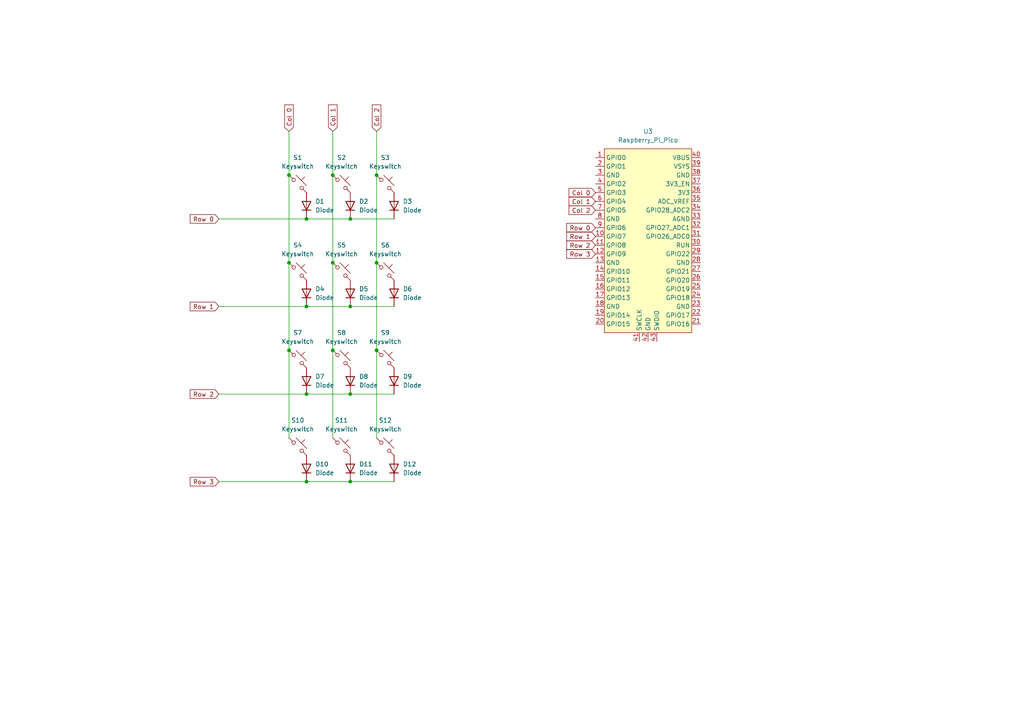
<source format=kicad_sch>
(kicad_sch (version 20231120) (generator "eeschema") (generator_version "8.0")
  (paper "A4")
  (lib_symbols
    (symbol "ScottoKeebs:MCU_Raspberry_Pi_Pico"
      (property "Reference" "U" (at 0 0 0))
      (property "Value" "Raspberry_Pi_Pico" (at 0 27.94 0))
      (symbol "MCU_Raspberry_Pi_Pico_0_1"
        (rectangle (start -12.7 26.67) (end 12.7 -26.67) (fill (type background)))
      )
      (symbol "MCU_Raspberry_Pi_Pico_1_1"
        (pin bidirectional line (at -15.24 24.13 0) (length 2.54) (name "GPIO0") (number "1"))
        (pin bidirectional line (at -15.24 1.27 0) (length 2.54) (name "GPIO7") (number "10"))
        (pin bidirectional line (at -15.24 -1.27 0) (length 2.54) (name "GPIO8") (number "11"))
        (pin bidirectional line (at -15.24 -3.81 0) (length 2.54) (name "GPIO9") (number "12"))
        (pin power_in line (at -15.24 -6.35 0) (length 2.54) (name "GND") (number "13"))
        (pin bidirectional line (at -15.24 -8.89 0) (length 2.54) (name "GPIO10") (number "14"))
        (pin bidirectional line (at -15.24 -11.43 0) (length 2.54) (name "GPIO11") (number "15"))
        (pin bidirectional line (at -15.24 -13.97 0) (length 2.54) (name "GPIO12") (number "16"))
        (pin bidirectional line (at -15.24 -16.51 0) (length 2.54) (name "GPIO13") (number "17"))
        (pin power_in line (at -15.24 -19.05 0) (length 2.54) (name "GND") (number "18"))
        (pin bidirectional line (at -15.24 -21.59 0) (length 2.54) (name "GPIO14") (number "19"))
        (pin bidirectional line (at -15.24 21.59 0) (length 2.54) (name "GPIO1") (number "2"))
        (pin bidirectional line (at -15.24 -24.13 0) (length 2.54) (name "GPIO15") (number "20"))
        (pin bidirectional line (at 15.24 -24.13 180) (length 2.54) (name "GPIO16") (number "21"))
        (pin bidirectional line (at 15.24 -21.59 180) (length 2.54) (name "GPIO17") (number "22"))
        (pin power_in line (at 15.24 -19.05 180) (length 2.54) (name "GND") (number "23"))
        (pin bidirectional line (at 15.24 -16.51 180) (length 2.54) (name "GPIO18") (number "24"))
        (pin bidirectional line (at 15.24 -13.97 180) (length 2.54) (name "GPIO19") (number "25"))
        (pin bidirectional line (at 15.24 -11.43 180) (length 2.54) (name "GPIO20") (number "26"))
        (pin bidirectional line (at 15.24 -8.89 180) (length 2.54) (name "GPIO21") (number "27"))
        (pin power_in line (at 15.24 -6.35 180) (length 2.54) (name "GND") (number "28"))
        (pin bidirectional line (at 15.24 -3.81 180) (length 2.54) (name "GPIO22") (number "29"))
        (pin power_in line (at -15.24 19.05 0) (length 2.54) (name "GND") (number "3"))
        (pin input line (at 15.24 -1.27 180) (length 2.54) (name "RUN") (number "30"))
        (pin bidirectional line (at 15.24 1.27 180) (length 2.54) (name "GPIO26_ADC0") (number "31"))
        (pin bidirectional line (at 15.24 3.81 180) (length 2.54) (name "GPIO27_ADC1") (number "32"))
        (pin power_in line (at 15.24 6.35 180) (length 2.54) (name "AGND") (number "33"))
        (pin bidirectional line (at 15.24 8.89 180) (length 2.54) (name "GPIO28_ADC2") (number "34"))
        (pin power_in line (at 15.24 11.43 180) (length 2.54) (name "ADC_VREF") (number "35"))
        (pin power_in line (at 15.24 13.97 180) (length 2.54) (name "3V3") (number "36"))
        (pin input line (at 15.24 16.51 180) (length 2.54) (name "3V3_EN") (number "37"))
        (pin bidirectional line (at 15.24 19.05 180) (length 2.54) (name "GND") (number "38"))
        (pin power_in line (at 15.24 21.59 180) (length 2.54) (name "VSYS") (number "39"))
        (pin bidirectional line (at -15.24 16.51 0) (length 2.54) (name "GPIO2") (number "4"))
        (pin power_in line (at 15.24 24.13 180) (length 2.54) (name "VBUS") (number "40"))
        (pin input line (at -2.54 -29.21 90) (length 2.54) (name "SWCLK") (number "41"))
        (pin power_in line (at 0 -29.21 90) (length 2.54) (name "GND") (number "42"))
        (pin bidirectional line (at 2.54 -29.21 90) (length 2.54) (name "SWDIO") (number "43"))
        (pin bidirectional line (at -15.24 13.97 0) (length 2.54) (name "GPIO3") (number "5"))
        (pin bidirectional line (at -15.24 11.43 0) (length 2.54) (name "GPIO4") (number "6"))
        (pin bidirectional line (at -15.24 8.89 0) (length 2.54) (name "GPIO5") (number "7"))
        (pin power_in line (at -15.24 6.35 0) (length 2.54) (name "GND") (number "8"))
        (pin bidirectional line (at -15.24 3.81 0) (length 2.54) (name "GPIO6") (number "9"))
      )
    )
    (symbol "ScottoKeebs:Placeholder_Diode" (pin_numbers hide) (pin_names hide)
      (property "Reference" "D" (at 0 2.54 0))
      (property "Value" "Diode" (at 0 -2.54 0))
      (symbol "Placeholder_Diode_0_1"
        (polyline (pts (xy -1.27 1.27) (xy -1.27 -1.27)) (stroke (width 0.254)))
        (polyline (pts (xy 1.27 0) (xy -1.27 0)))
        (polyline (pts (xy 1.27 1.27) (xy 1.27 -1.27) (xy -1.27 0) (xy 1.27 1.27)) (stroke (width 0.254)))
      )
      (symbol "Placeholder_Diode_1_1"
        (pin passive line (at -3.81 0 0) (length 2.54) (name "K") (number "1"))
        (pin passive line (at 3.81 0 180) (length 2.54) (name "A") (number "2"))
      )
    )
    (symbol "ScottoKeebs:Placeholder_Keyswitch" (pin_numbers hide) (pin_names (offset 1.016) hide)
      (property "Reference" "S" (at 3.048 1.016 0))
      (property "Value" "Keyswitch" (at 0 -3.81 0))
      (symbol "Placeholder_Keyswitch_0_1"
        (circle (center -1.1684 1.1684) (radius 0.508))
        (polyline (pts (xy -0.508 2.54) (xy 2.54 -0.508)))
        (polyline (pts (xy 1.016 1.016) (xy 2.032 2.032)))
        (polyline (pts (xy -2.54 2.54) (xy -1.524 1.524) (xy -1.524 1.524)))
        (polyline (pts (xy 1.524 -1.524) (xy 2.54 -2.54) (xy 2.54 -2.54) (xy 2.54 -2.54)))
        (circle (center 1.143 -1.1938) (radius 0.508))
        (pin passive line (at -2.54 2.54 0) (length 0) (name "1") (number "1"))
        (pin passive line (at 2.54 -2.54 180) (length 0) (name "2") (number "2"))
      )
    )
  )
  (junction (at 96.52 50.8))
  (junction (at 109.22 76.2))
  (junction (at 109.22 101.6))
  (junction (at 101.6 114.3))
  (junction (at 109.22 50.8))
  (junction (at 101.6 88.9))
  (junction (at 88.9 88.9))
  (junction (at 88.9 63.5))
  (junction (at 101.6 63.5))
  (junction (at 88.9 139.7))
  (junction (at 96.52 76.2))
  (junction (at 83.82 50.8))
  (junction (at 96.52 101.6))
  (junction (at 83.82 76.2))
  (junction (at 88.9 114.3))
  (junction (at 83.82 101.6))
  (junction (at 101.6 139.7))
  (wire (pts (xy 88.9 114.3) (xy 101.6 114.3)))
  (wire (pts (xy 109.22 38.1) (xy 109.22 50.8)))
  (wire (pts (xy 63.5 114.3) (xy 88.9 114.3)))
  (wire (pts (xy 83.82 101.6) (xy 83.82 127)))
  (wire (pts (xy 63.5 63.5) (xy 88.9 63.5)))
  (wire (pts (xy 109.22 101.6) (xy 109.22 127)))
  (wire (pts (xy 83.82 50.8) (xy 83.82 76.2)))
  (wire (pts (xy 109.22 76.2) (xy 109.22 101.6)))
  (wire (pts (xy 101.6 63.5) (xy 114.3 63.5)))
  (wire (pts (xy 88.9 139.7) (xy 101.6 139.7)))
  (wire (pts (xy 83.82 38.1) (xy 83.82 50.8)))
  (wire (pts (xy 63.5 139.7) (xy 88.9 139.7)))
  (wire (pts (xy 96.52 101.6) (xy 96.52 127)))
  (wire (pts (xy 83.82 76.2) (xy 83.82 101.6)))
  (wire (pts (xy 101.6 88.9) (xy 114.3 88.9)))
  (wire (pts (xy 96.52 38.1) (xy 96.52 50.8)))
  (wire (pts (xy 96.52 50.8) (xy 96.52 76.2)))
  (wire (pts (xy 96.52 76.2) (xy 96.52 101.6)))
  (wire (pts (xy 63.5 88.9) (xy 88.9 88.9)))
  (wire (pts (xy 109.22 50.8) (xy 109.22 76.2)))
  (wire (pts (xy 101.6 139.7) (xy 114.3 139.7)))
  (wire (pts (xy 88.9 63.5) (xy 101.6 63.5)))
  (wire (pts (xy 101.6 114.3) (xy 114.3 114.3)))
  (wire (pts (xy 88.9 88.9) (xy 101.6 88.9)))
  (global_label "Row 1" (shape input) (at 63.5 88.9 180) (property "Intersheetrefs" "${INTERSHEET_REFS}" (effects (hide yes))))
  (global_label "Col 0" (shape input) (at 172.72 55.88 180) (property "Intersheetrefs" "${INTERSHEET_REFS}" (effects (hide yes))))
  (global_label "Col 2" (shape input) (at 172.72 60.96 180) (property "Intersheetrefs" "${INTERSHEET_REFS}" (effects (hide yes))))
  (global_label "Row 2" (shape input) (at 172.72 71.12 180) (property "Intersheetrefs" "${INTERSHEET_REFS}" (effects (hide yes))))
  (global_label "Row 3" (shape input) (at 172.72 73.66 180) (property "Intersheetrefs" "${INTERSHEET_REFS}" (effects (hide yes))))
  (global_label "Col 2" (shape input) (at 109.22 38.1 90) (property "Intersheetrefs" "${INTERSHEET_REFS}" (effects (hide yes))))
  (global_label "Row 2" (shape input) (at 63.5 114.3 180) (property "Intersheetrefs" "${INTERSHEET_REFS}" (effects (hide yes))))
  (global_label "Row 0" (shape input) (at 172.72 66.04 180) (property "Intersheetrefs" "${INTERSHEET_REFS}" (effects (hide yes))))
  (global_label "Col 1" (shape input) (at 172.72 58.42 180) (property "Intersheetrefs" "${INTERSHEET_REFS}" (effects (hide yes))))
  (global_label "Row 3" (shape input) (at 63.5 139.7 180) (property "Intersheetrefs" "${INTERSHEET_REFS}" (effects (hide yes))))
  (global_label "Row 0" (shape input) (at 63.5 63.5 180) (property "Intersheetrefs" "${INTERSHEET_REFS}" (effects (hide yes))))
  (global_label "Row 1" (shape input) (at 172.72 68.58 180) (property "Intersheetrefs" "${INTERSHEET_REFS}" (effects (hide yes))))
  (global_label "Col 0" (shape input) (at 83.82 38.1 90) (property "Intersheetrefs" "${INTERSHEET_REFS}" (effects (hide yes))))
  (global_label "Col 1" (shape input) (at 96.52 38.1 90) (property "Intersheetrefs" "${INTERSHEET_REFS}" (effects (hide yes))))
  (symbol (lib_id "ScottoKeebs:Placeholder_Diode") (at 88.9 59.69 90) (unit 1)
    (property "Reference" "D1" (at 91.44 58.4199 90) (effects (justify right)))
    (property "Value" "Diode" (at 91.44 60.9599 90) (effects (justify right)))
    (property "Footprint" "ScottoKeebs_Components:Diode_DO-35" (effects (hide yes)))
    (property "Description" "1N4148 (DO-35) or 1N4148W (SOD-123)" (effects (hide yes)))
    (property "Sim.Device" "D" (effects (hide yes)))
    (property "Sim.Pins" "1=K 2=A" (effects (hide yes)))
  )
  (symbol (lib_id "ScottoKeebs:Placeholder_Diode") (at 114.3 59.69 90) (unit 1)
    (property "Reference" "D3" (at 116.84 58.4199 90) (effects (justify right)))
    (property "Value" "Diode" (at 116.84 60.9599 90) (effects (justify right)))
    (property "Footprint" "ScottoKeebs_Components:Diode_DO-35" (effects (hide yes)))
    (property "Description" "1N4148 (DO-35) or 1N4148W (SOD-123)" (effects (hide yes)))
    (property "Sim.Device" "D" (effects (hide yes)))
    (property "Sim.Pins" "1=K 2=A" (effects (hide yes)))
  )
  (symbol (lib_id "ScottoKeebs:Placeholder_Keyswitch") (at 99.06 53.34 0) (unit 1)
    (property "Reference" "S2" (at 99.06 45.72 0))
    (property "Value" "Keyswitch" (at 99.06 48.26 0))
    (property "Footprint" "ScottoKeebs_MX:MX_PCB_1.00u" (effects (hide yes)))
    (property "Description" "Push button switch, normally open, two pins, 45° tilted" (effects (hide yes)))
  )
  (symbol (lib_id "ScottoKeebs:Placeholder_Diode") (at 88.9 85.09 90) (unit 1)
    (property "Reference" "D4" (at 91.44 83.8199 90) (effects (justify right)))
    (property "Value" "Diode" (at 91.44 86.3599 90) (effects (justify right)))
    (property "Footprint" "ScottoKeebs_Components:Diode_DO-35" (effects (hide yes)))
    (property "Description" "1N4148 (DO-35) or 1N4148W (SOD-123)" (effects (hide yes)))
    (property "Sim.Device" "D" (effects (hide yes)))
    (property "Sim.Pins" "1=K 2=A" (effects (hide yes)))
  )
  (symbol (lib_id "ScottoKeebs:Placeholder_Keyswitch") (at 111.76 53.34 0) (unit 1)
    (property "Reference" "S3" (at 111.76 45.72 0))
    (property "Value" "Keyswitch" (at 111.76 48.26 0))
    (property "Footprint" "ScottoKeebs_MX:MX_PCB_1.00u" (effects (hide yes)))
    (property "Description" "Push button switch, normally open, two pins, 45° tilted" (effects (hide yes)))
  )
  (symbol (lib_id "ScottoKeebs:Placeholder_Keyswitch") (at 86.36 104.14 0) (unit 1)
    (property "Reference" "S7" (at 86.36 96.52 0))
    (property "Value" "Keyswitch" (at 86.36 99.06 0))
    (property "Footprint" "ScottoKeebs_MX:MX_PCB_1.00u" (effects (hide yes)))
    (property "Description" "Push button switch, normally open, two pins, 45° tilted" (effects (hide yes)))
  )
  (symbol (lib_id "ScottoKeebs:Placeholder_Keyswitch") (at 111.76 104.14 0) (unit 1)
    (property "Reference" "S9" (at 111.76 96.52 0))
    (property "Value" "Keyswitch" (at 111.76 99.06 0))
    (property "Footprint" "ScottoKeebs_MX:MX_PCB_1.00u" (effects (hide yes)))
    (property "Description" "Push button switch, normally open, two pins, 45° tilted" (effects (hide yes)))
  )
  (symbol (lib_id "ScottoKeebs:Placeholder_Keyswitch") (at 99.06 129.54 0) (unit 1)
    (property "Reference" "S11" (at 99.06 121.92 0))
    (property "Value" "Keyswitch" (at 99.06 124.46 0))
    (property "Footprint" "ScottoKeebs_MX:MX_PCB_1.00u" (effects (hide yes)))
    (property "Description" "Push button switch, normally open, two pins, 45° tilted" (effects (hide yes)))
  )
  (symbol (lib_id "ScottoKeebs:Placeholder_Keyswitch") (at 86.36 129.54 0) (unit 1)
    (property "Reference" "S10" (at 86.36 121.92 0))
    (property "Value" "Keyswitch" (at 86.36 124.46 0))
    (property "Footprint" "ScottoKeebs_MX:MX_PCB_1.00u" (effects (hide yes)))
    (property "Description" "Push button switch, normally open, two pins, 45° tilted" (effects (hide yes)))
  )
  (symbol (lib_id "ScottoKeebs:Placeholder_Diode") (at 101.6 110.49 90) (unit 1)
    (property "Reference" "D8" (at 104.14 109.2199 90) (effects (justify right)))
    (property "Value" "Diode" (at 104.14 111.7599 90) (effects (justify right)))
    (property "Footprint" "ScottoKeebs_Components:Diode_DO-35" (effects (hide yes)))
    (property "Description" "1N4148 (DO-35) or 1N4148W (SOD-123)" (effects (hide yes)))
    (property "Sim.Device" "D" (effects (hide yes)))
    (property "Sim.Pins" "1=K 2=A" (effects (hide yes)))
  )
  (symbol (lib_id "ScottoKeebs:Placeholder_Diode") (at 114.3 110.49 90) (unit 1)
    (property "Reference" "D9" (at 116.84 109.2199 90) (effects (justify right)))
    (property "Value" "Diode" (at 116.84 111.7599 90) (effects (justify right)))
    (property "Footprint" "ScottoKeebs_Components:Diode_DO-35" (effects (hide yes)))
    (property "Description" "1N4148 (DO-35) or 1N4148W (SOD-123)" (effects (hide yes)))
    (property "Sim.Device" "D" (effects (hide yes)))
    (property "Sim.Pins" "1=K 2=A" (effects (hide yes)))
  )
  (symbol (lib_id "ScottoKeebs:Placeholder_Keyswitch") (at 99.06 78.74 0) (unit 1)
    (property "Reference" "S5" (at 99.06 71.12 0))
    (property "Value" "Keyswitch" (at 99.06 73.66 0))
    (property "Footprint" "ScottoKeebs_MX:MX_PCB_1.00u" (effects (hide yes)))
    (property "Description" "Push button switch, normally open, two pins, 45° tilted" (effects (hide yes)))
  )
  (symbol (lib_id "ScottoKeebs:Placeholder_Diode") (at 88.9 110.49 90) (unit 1)
    (property "Reference" "D7" (at 91.44 109.2199 90) (effects (justify right)))
    (property "Value" "Diode" (at 91.44 111.7599 90) (effects (justify right)))
    (property "Footprint" "ScottoKeebs_Components:Diode_DO-35" (effects (hide yes)))
    (property "Description" "1N4148 (DO-35) or 1N4148W (SOD-123)" (effects (hide yes)))
    (property "Sim.Device" "D" (effects (hide yes)))
    (property "Sim.Pins" "1=K 2=A" (effects (hide yes)))
  )
  (symbol (lib_id "ScottoKeebs:Placeholder_Keyswitch") (at 86.36 78.74 0) (unit 1)
    (property "Reference" "S4" (at 86.36 71.12 0))
    (property "Value" "Keyswitch" (at 86.36 73.66 0))
    (property "Footprint" "ScottoKeebs_MX:MX_PCB_1.00u" (effects (hide yes)))
    (property "Description" "Push button switch, normally open, two pins, 45° tilted" (effects (hide yes)))
  )
  (symbol (lib_id "ScottoKeebs:Placeholder_Keyswitch") (at 86.36 53.34 0) (unit 1)
    (property "Reference" "S1" (at 86.36 45.72 0))
    (property "Value" "Keyswitch" (at 86.36 48.26 0))
    (property "Footprint" "ScottoKeebs_MX:MX_PCB_1.00u" (effects (hide yes)))
    (property "Description" "Push button switch, normally open, two pins, 45° tilted" (effects (hide yes)))
  )
  (symbol (lib_id "ScottoKeebs:Placeholder_Diode") (at 114.3 135.89 90) (unit 1)
    (property "Reference" "D12" (at 116.84 134.6199 90) (effects (justify right)))
    (property "Value" "Diode" (at 116.84 137.1599 90) (effects (justify right)))
    (property "Footprint" "ScottoKeebs_Components:Diode_DO-35" (effects (hide yes)))
    (property "Description" "1N4148 (DO-35) or 1N4148W (SOD-123)" (effects (hide yes)))
    (property "Sim.Device" "D" (effects (hide yes)))
    (property "Sim.Pins" "1=K 2=A" (effects (hide yes)))
  )
  (symbol (lib_id "ScottoKeebs:MCU_Raspberry_Pi_Pico") (at 187.96 69.85 0) (unit 1)
    (property "Reference" "U3" (at 187.96 38.1 0))
    (property "Value" "Raspberry_Pi_Pico" (at 187.96 40.64 0))
    (property "Footprint" "ScottoKeebs_MCU:Raspberry_Pi_Pico" (effects (hide yes)))
  )
  (symbol (lib_id "ScottoKeebs:Placeholder_Keyswitch") (at 111.76 78.74 0) (unit 1)
    (property "Reference" "S6" (at 111.76 71.12 0))
    (property "Value" "Keyswitch" (at 111.76 73.66 0))
    (property "Footprint" "ScottoKeebs_MX:MX_PCB_1.00u" (effects (hide yes)))
    (property "Description" "Push button switch, normally open, two pins, 45° tilted" (effects (hide yes)))
  )
  (symbol (lib_id "ScottoKeebs:Placeholder_Keyswitch") (at 111.76 129.54 0) (unit 1)
    (property "Reference" "S12" (at 111.76 121.92 0))
    (property "Value" "Keyswitch" (at 111.76 124.46 0))
    (property "Footprint" "ScottoKeebs_MX:MX_PCB_1.00u" (effects (hide yes)))
    (property "Description" "Push button switch, normally open, two pins, 45° tilted" (effects (hide yes)))
  )
  (symbol (lib_id "ScottoKeebs:Placeholder_Diode") (at 101.6 85.09 90) (unit 1)
    (property "Reference" "D5" (at 104.14 83.8199 90) (effects (justify right)))
    (property "Value" "Diode" (at 104.14 86.3599 90) (effects (justify right)))
    (property "Footprint" "ScottoKeebs_Components:Diode_DO-35" (effects (hide yes)))
    (property "Description" "1N4148 (DO-35) or 1N4148W (SOD-123)" (effects (hide yes)))
    (property "Sim.Device" "D" (effects (hide yes)))
    (property "Sim.Pins" "1=K 2=A" (effects (hide yes)))
  )
  (symbol (lib_id "ScottoKeebs:Placeholder_Keyswitch") (at 99.06 104.14 0) (unit 1)
    (property "Reference" "S8" (at 99.06 96.52 0))
    (property "Value" "Keyswitch" (at 99.06 99.06 0))
    (property "Footprint" "ScottoKeebs_MX:MX_PCB_1.00u" (effects (hide yes)))
    (property "Description" "Push button switch, normally open, two pins, 45° tilted" (effects (hide yes)))
  )
  (symbol (lib_id "ScottoKeebs:Placeholder_Diode") (at 114.3 85.09 90) (unit 1)
    (property "Reference" "D6" (at 116.84 83.8199 90) (effects (justify right)))
    (property "Value" "Diode" (at 116.84 86.3599 90) (effects (justify right)))
    (property "Footprint" "ScottoKeebs_Components:Diode_DO-35" (effects (hide yes)))
    (property "Description" "1N4148 (DO-35) or 1N4148W (SOD-123)" (effects (hide yes)))
    (property "Sim.Device" "D" (effects (hide yes)))
    (property "Sim.Pins" "1=K 2=A" (effects (hide yes)))
  )
  (symbol (lib_id "ScottoKeebs:Placeholder_Diode") (at 101.6 59.69 90) (unit 1)
    (property "Reference" "D2" (at 104.14 58.4199 90) (effects (justify right)))
    (property "Value" "Diode" (at 104.14 60.9599 90) (effects (justify right)))
    (property "Footprint" "ScottoKeebs_Components:Diode_DO-35" (effects (hide yes)))
    (property "Description" "1N4148 (DO-35) or 1N4148W (SOD-123)" (effects (hide yes)))
    (property "Sim.Device" "D" (effects (hide yes)))
    (property "Sim.Pins" "1=K 2=A" (effects (hide yes)))
  )
  (symbol (lib_id "ScottoKeebs:Placeholder_Diode") (at 101.6 135.89 90) (unit 1)
    (property "Reference" "D11" (at 104.14 134.6199 90) (effects (justify right)))
    (property "Value" "Diode" (at 104.14 137.1599 90) (effects (justify right)))
    (property "Footprint" "ScottoKeebs_Components:Diode_DO-35" (effects (hide yes)))
    (property "Description" "1N4148 (DO-35) or 1N4148W (SOD-123)" (effects (hide yes)))
    (property "Sim.Device" "D" (effects (hide yes)))
    (property "Sim.Pins" "1=K 2=A" (effects (hide yes)))
  )
  (symbol (lib_id "ScottoKeebs:Placeholder_Diode") (at 88.9 135.89 90) (unit 1)
    (property "Reference" "D10" (at 91.44 134.6199 90) (effects (justify right)))
    (property "Value" "Diode" (at 91.44 137.1599 90) (effects (justify right)))
    (property "Footprint" "ScottoKeebs_Components:Diode_DO-35" (effects (hide yes)))
    (property "Description" "1N4148 (DO-35) or 1N4148W (SOD-123)" (effects (hide yes)))
    (property "Sim.Device" "D" (effects (hide yes)))
    (property "Sim.Pins" "1=K 2=A" (effects (hide yes)))
  )
)
</source>
